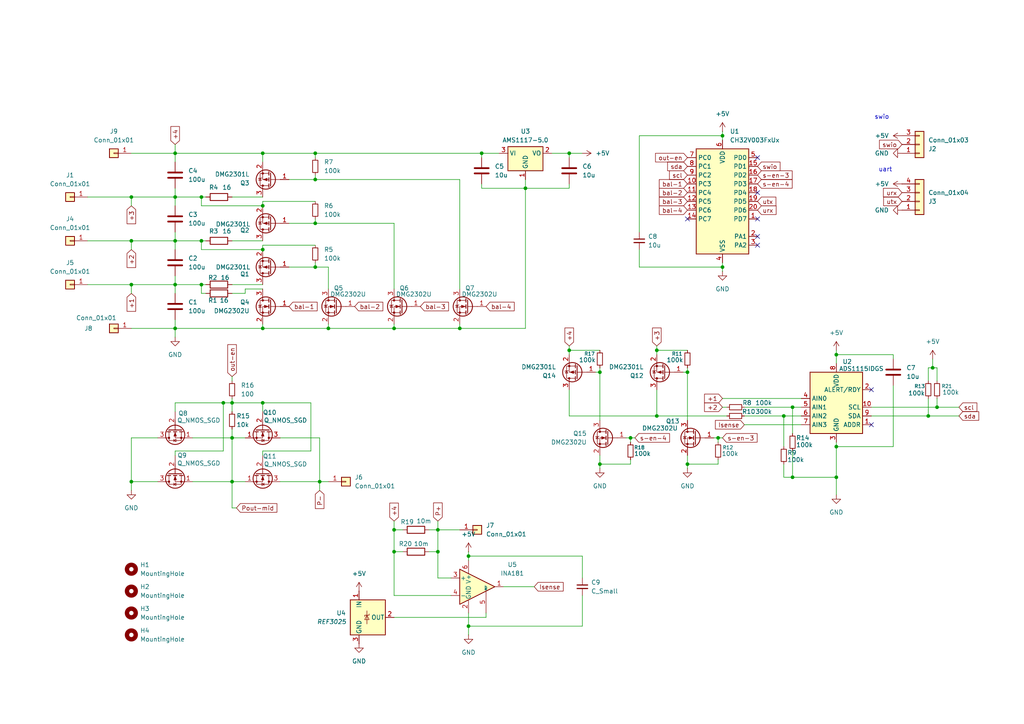
<source format=kicad_sch>
(kicad_sch (version 20250114) (generator "eeschema") (generator_version "9.0")
  (paper "A4")
  (text "uart" (at 256.794 49.276 0) (effects (font (size 1.27 1.27))))
  (text "swio" (at 255.778 34.036 0) (effects (font (size 1.27 1.27))))
  (junction (at 270.51 106.68))
  (junction (at 199.39 107.95))
  (junction (at 229.87 138.43))
  (junction (at 114.3 153.67))
  (junction (at 67.31 116.84))
  (junction (at 50.8 44.45))
  (junction (at 91.44 52.07))
  (junction (at 173.99 134.62))
  (junction (at 199.39 134.62))
  (junction (at 133.35 95.25))
  (junction (at 50.8 57.15))
  (junction (at 127 153.67))
  (junction (at 208.28 127))
  (junction (at 190.5 120.65))
  (junction (at 182.88 127))
  (junction (at 58.42 69.85))
  (junction (at 165.1 101.6))
  (junction (at 91.44 77.47))
  (junction (at 190.5 101.6))
  (junction (at 227.33 120.65))
  (junction (at 76.2 44.45))
  (junction (at 135.89 161.29))
  (junction (at 95.25 95.25))
  (junction (at 38.1 69.85))
  (junction (at 50.8 82.55))
  (junction (at 64.77 116.84))
  (junction (at 91.44 64.77))
  (junction (at 50.8 95.25))
  (junction (at 152.4 54.61))
  (junction (at 76.2 95.25))
  (junction (at 38.1 139.7))
  (junction (at 92.71 139.7))
  (junction (at 114.3 95.25))
  (junction (at 58.42 57.15))
  (junction (at 38.1 82.55))
  (junction (at 76.2 59.69))
  (junction (at 229.87 118.11))
  (junction (at 242.57 129.54))
  (junction (at 271.78 118.11))
  (junction (at 165.1 44.45))
  (junction (at 269.24 120.65))
  (junction (at 139.7 44.45))
  (junction (at 173.99 107.95))
  (junction (at 114.3 160.02))
  (junction (at 76.2 72.39))
  (junction (at 58.42 82.55))
  (junction (at 242.57 102.87))
  (junction (at 91.44 44.45))
  (junction (at 67.31 127))
  (junction (at 242.57 138.43))
  (junction (at 127 160.02))
  (junction (at 50.8 69.85))
  (junction (at 209.55 39.37))
  (junction (at 76.2 116.84))
  (junction (at 135.89 181.61))
  (junction (at 38.1 57.15))
  (junction (at 209.55 77.47))
  (junction (at 67.31 139.7))
  (no_connect (at 252.73 123.19))
  (no_connect (at 219.71 63.5))
  (no_connect (at 219.71 71.12))
  (no_connect (at 219.71 45.72))
  (no_connect (at 199.39 63.5))
  (no_connect (at 219.71 55.88))
  (no_connect (at 219.71 68.58))
  (no_connect (at 252.73 113.03))
  (wire (pts (xy 127 160.02) (xy 127 153.67)))
  (wire (pts (xy 199.39 135.89) (xy 199.39 134.62)))
  (wire (pts (xy 215.9 123.19) (xy 232.41 123.19)))
  (wire (pts (xy 208.28 134.62) (xy 199.39 134.62)))
  (wire (pts (xy 91.44 44.45) (xy 139.7 44.45)))
  (wire (pts (xy 91.44 77.47) (xy 83.82 77.47)))
  (wire (pts (xy 71.12 85.09) (xy 67.31 85.09)))
  (wire (pts (xy 124.46 160.02) (xy 127 160.02)))
  (wire (pts (xy 271.78 115.57) (xy 271.78 118.11)))
  (wire (pts (xy 135.89 181.61) (xy 135.89 177.8)))
  (wire (pts (xy 50.8 44.45) (xy 50.8 46.99)))
  (wire (pts (xy 76.2 93.98) (xy 76.2 95.25)))
  (wire (pts (xy 229.87 130.81) (xy 229.87 138.43)))
  (wire (pts (xy 91.44 50.8) (xy 91.44 52.07)))
  (wire (pts (xy 114.3 153.67) (xy 116.84 153.67)))
  (wire (pts (xy 199.39 106.68) (xy 199.39 107.95)))
  (wire (pts (xy 76.2 58.42) (xy 76.2 59.69)))
  (wire (pts (xy 229.87 118.11) (xy 232.41 118.11)))
  (wire (pts (xy 209.55 77.47) (xy 209.55 78.74)))
  (wire (pts (xy 95.25 95.25) (xy 76.2 95.25)))
  (wire (pts (xy 38.1 57.15) (xy 38.1 59.69)))
  (wire (pts (xy 135.89 161.29) (xy 135.89 162.56)))
  (wire (pts (xy 67.31 119.38) (xy 67.31 116.84)))
  (wire (pts (xy 38.1 69.85) (xy 38.1 72.39)))
  (wire (pts (xy 165.1 101.6) (xy 173.99 101.6)))
  (wire (pts (xy 133.35 95.25) (xy 114.3 95.25)))
  (wire (pts (xy 215.9 118.11) (xy 229.87 118.11)))
  (wire (pts (xy 140.97 179.07) (xy 140.97 177.8)))
  (wire (pts (xy 209.55 115.57) (xy 232.41 115.57)))
  (wire (pts (xy 252.73 118.11) (xy 271.78 118.11)))
  (wire (pts (xy 76.2 46.99) (xy 76.2 44.45)))
  (wire (pts (xy 209.55 38.1) (xy 209.55 39.37)))
  (wire (pts (xy 50.8 130.81) (xy 64.77 130.81)))
  (wire (pts (xy 50.8 57.15) (xy 58.42 57.15)))
  (wire (pts (xy 67.31 82.55) (xy 76.2 82.55)))
  (wire (pts (xy 271.78 118.11) (xy 278.13 118.11)))
  (wire (pts (xy 58.42 57.15) (xy 59.69 57.15)))
  (wire (pts (xy 58.42 85.09) (xy 58.42 82.55)))
  (wire (pts (xy 185.42 77.47) (xy 185.42 72.39)))
  (wire (pts (xy 152.4 52.07) (xy 152.4 54.61)))
  (wire (pts (xy 259.08 129.54) (xy 242.57 129.54)))
  (wire (pts (xy 50.8 41.91) (xy 50.8 44.45)))
  (wire (pts (xy 173.99 107.95) (xy 172.72 107.95)))
  (wire (pts (xy 67.31 116.84) (xy 64.77 116.84)))
  (wire (pts (xy 67.31 139.7) (xy 71.12 139.7)))
  (wire (pts (xy 38.1 44.45) (xy 50.8 44.45)))
  (wire (pts (xy 45.72 127) (xy 38.1 127)))
  (wire (pts (xy 242.57 143.51) (xy 242.57 138.43)))
  (wire (pts (xy 185.42 39.37) (xy 209.55 39.37)))
  (wire (pts (xy 114.3 83.82) (xy 114.3 64.77)))
  (wire (pts (xy 173.99 106.68) (xy 173.99 107.95)))
  (wire (pts (xy 209.55 77.47) (xy 209.55 76.2)))
  (wire (pts (xy 139.7 54.61) (xy 152.4 54.61)))
  (wire (pts (xy 182.88 128.27) (xy 182.88 127)))
  (wire (pts (xy 133.35 52.07) (xy 91.44 52.07)))
  (wire (pts (xy 278.13 120.65) (xy 269.24 120.65)))
  (wire (pts (xy 152.4 95.25) (xy 133.35 95.25)))
  (wire (pts (xy 90.17 130.81) (xy 90.17 116.84)))
  (wire (pts (xy 209.55 77.47) (xy 185.42 77.47)))
  (wire (pts (xy 127 167.64) (xy 127 160.02)))
  (wire (pts (xy 269.24 120.65) (xy 252.73 120.65)))
  (wire (pts (xy 242.57 129.54) (xy 242.57 128.27)))
  (wire (pts (xy 215.9 120.65) (xy 227.33 120.65)))
  (wire (pts (xy 165.1 53.34) (xy 165.1 54.61)))
  (wire (pts (xy 168.91 167.64) (xy 168.91 161.29)))
  (wire (pts (xy 229.87 138.43) (xy 242.57 138.43)))
  (wire (pts (xy 190.5 101.6) (xy 190.5 102.87)))
  (wire (pts (xy 139.7 53.34) (xy 139.7 54.61)))
  (wire (pts (xy 67.31 116.84) (xy 76.2 116.84)))
  (wire (pts (xy 190.5 113.03) (xy 190.5 120.65)))
  (wire (pts (xy 270.51 104.14) (xy 270.51 106.68)))
  (wire (pts (xy 76.2 72.39) (xy 58.42 72.39)))
  (wire (pts (xy 91.44 76.2) (xy 91.44 77.47)))
  (wire (pts (xy 114.3 95.25) (xy 95.25 95.25)))
  (wire (pts (xy 76.2 71.12) (xy 76.2 72.39)))
  (wire (pts (xy 152.4 54.61) (xy 152.4 95.25)))
  (wire (pts (xy 50.8 54.61) (xy 50.8 57.15)))
  (wire (pts (xy 227.33 120.65) (xy 227.33 129.54)))
  (wire (pts (xy 208.28 127) (xy 207.01 127)))
  (wire (pts (xy 50.8 116.84) (xy 50.8 119.38)))
  (wire (pts (xy 190.5 100.33) (xy 190.5 101.6)))
  (wire (pts (xy 76.2 116.84) (xy 76.2 119.38)))
  (wire (pts (xy 130.81 172.72) (xy 114.3 172.72)))
  (wire (pts (xy 168.91 172.72) (xy 168.91 181.61)))
  (wire (pts (xy 165.1 54.61) (xy 152.4 54.61)))
  (wire (pts (xy 58.42 69.85) (xy 59.69 69.85)))
  (wire (pts (xy 130.81 167.64) (xy 127 167.64)))
  (wire (pts (xy 271.78 110.49) (xy 271.78 106.68)))
  (wire (pts (xy 182.88 127) (xy 181.61 127)))
  (wire (pts (xy 64.77 130.81) (xy 64.77 116.84)))
  (wire (pts (xy 199.39 134.62) (xy 199.39 132.08)))
  (wire (pts (xy 67.31 124.46) (xy 67.31 127)))
  (wire (pts (xy 38.1 95.25) (xy 50.8 95.25)))
  (wire (pts (xy 25.4 69.85) (xy 38.1 69.85)))
  (wire (pts (xy 58.42 59.69) (xy 58.42 57.15)))
  (wire (pts (xy 135.89 184.15) (xy 135.89 181.61)))
  (wire (pts (xy 55.88 139.7) (xy 67.31 139.7)))
  (wire (pts (xy 139.7 44.45) (xy 139.7 45.72)))
  (wire (pts (xy 270.51 106.68) (xy 269.24 106.68)))
  (wire (pts (xy 38.1 142.24) (xy 38.1 139.7)))
  (wire (pts (xy 199.39 107.95) (xy 198.12 107.95)))
  (wire (pts (xy 67.31 127) (xy 71.12 127)))
  (wire (pts (xy 259.08 102.87) (xy 242.57 102.87)))
  (wire (pts (xy 114.3 64.77) (xy 91.44 64.77)))
  (wire (pts (xy 50.8 44.45) (xy 76.2 44.45)))
  (wire (pts (xy 165.1 100.33) (xy 165.1 101.6)))
  (wire (pts (xy 55.88 127) (xy 67.31 127)))
  (wire (pts (xy 114.3 172.72) (xy 114.3 160.02)))
  (wire (pts (xy 38.1 82.55) (xy 50.8 82.55)))
  (wire (pts (xy 67.31 57.15) (xy 76.2 57.15)))
  (wire (pts (xy 50.8 67.31) (xy 50.8 69.85)))
  (wire (pts (xy 50.8 130.81) (xy 50.8 132.08)))
  (wire (pts (xy 95.25 77.47) (xy 91.44 77.47)))
  (wire (pts (xy 127 153.67) (xy 133.35 153.67)))
  (wire (pts (xy 50.8 82.55) (xy 50.8 85.09)))
  (wire (pts (xy 114.3 93.98) (xy 114.3 95.25)))
  (wire (pts (xy 199.39 121.92) (xy 199.39 107.95)))
  (wire (pts (xy 95.25 83.82) (xy 95.25 77.47)))
  (wire (pts (xy 116.84 160.02) (xy 114.3 160.02)))
  (wire (pts (xy 182.88 133.35) (xy 182.88 134.62)))
  (wire (pts (xy 38.1 139.7) (xy 45.72 139.7)))
  (wire (pts (xy 173.99 134.62) (xy 173.99 135.89)))
  (wire (pts (xy 50.8 95.25) (xy 76.2 95.25)))
  (wire (pts (xy 91.44 71.12) (xy 76.2 71.12)))
  (wire (pts (xy 135.89 160.02) (xy 135.89 161.29)))
  (wire (pts (xy 92.71 139.7) (xy 95.25 139.7)))
  (wire (pts (xy 190.5 101.6) (xy 199.39 101.6)))
  (wire (pts (xy 91.44 52.07) (xy 83.82 52.07)))
  (wire (pts (xy 25.4 57.15) (xy 38.1 57.15)))
  (wire (pts (xy 67.31 109.22) (xy 67.31 110.49)))
  (wire (pts (xy 50.8 57.15) (xy 50.8 59.69)))
  (wire (pts (xy 165.1 120.65) (xy 190.5 120.65)))
  (wire (pts (xy 38.1 57.15) (xy 50.8 57.15)))
  (wire (pts (xy 242.57 101.6) (xy 242.57 102.87)))
  (wire (pts (xy 133.35 83.82) (xy 133.35 52.07)))
  (wire (pts (xy 209.55 118.11) (xy 210.82 118.11)))
  (wire (pts (xy 76.2 130.81) (xy 90.17 130.81)))
  (wire (pts (xy 59.69 85.09) (xy 58.42 85.09)))
  (wire (pts (xy 95.25 93.98) (xy 95.25 95.25)))
  (wire (pts (xy 269.24 115.57) (xy 269.24 120.65)))
  (wire (pts (xy 208.28 127) (xy 208.28 128.27)))
  (wire (pts (xy 165.1 44.45) (xy 160.02 44.45)))
  (wire (pts (xy 227.33 120.65) (xy 232.41 120.65)))
  (wire (pts (xy 229.87 118.11) (xy 229.87 125.73)))
  (wire (pts (xy 114.3 151.13) (xy 114.3 153.67)))
  (wire (pts (xy 50.8 95.25) (xy 50.8 97.79)))
  (wire (pts (xy 165.1 45.72) (xy 165.1 44.45)))
  (wire (pts (xy 209.55 127) (xy 208.28 127)))
  (wire (pts (xy 173.99 132.08) (xy 173.99 134.62)))
  (wire (pts (xy 67.31 147.32) (xy 67.31 139.7)))
  (wire (pts (xy 146.05 170.18) (xy 154.94 170.18)))
  (wire (pts (xy 259.08 111.76) (xy 259.08 129.54)))
  (wire (pts (xy 58.42 72.39) (xy 58.42 69.85)))
  (wire (pts (xy 133.35 93.98) (xy 133.35 95.25)))
  (wire (pts (xy 227.33 138.43) (xy 229.87 138.43)))
  (wire (pts (xy 242.57 138.43) (xy 242.57 129.54)))
  (wire (pts (xy 50.8 69.85) (xy 50.8 72.39)))
  (wire (pts (xy 92.71 127) (xy 92.71 139.7)))
  (wire (pts (xy 67.31 127) (xy 67.31 139.7)))
  (wire (pts (xy 168.91 161.29) (xy 135.89 161.29)))
  (wire (pts (xy 140.97 179.07) (xy 114.3 179.07)))
  (wire (pts (xy 114.3 160.02) (xy 114.3 153.67)))
  (wire (pts (xy 208.28 133.35) (xy 208.28 134.62)))
  (wire (pts (xy 168.91 181.61) (xy 135.89 181.61)))
  (wire (pts (xy 124.46 153.67) (xy 127 153.67)))
  (wire (pts (xy 50.8 69.85) (xy 58.42 69.85)))
  (wire (pts (xy 242.57 102.87) (xy 242.57 105.41)))
  (wire (pts (xy 81.28 127) (xy 92.71 127)))
  (wire (pts (xy 185.42 67.31) (xy 185.42 39.37)))
  (wire (pts (xy 38.1 127) (xy 38.1 139.7)))
  (wire (pts (xy 71.12 83.82) (xy 71.12 85.09)))
  (wire (pts (xy 91.44 45.72) (xy 91.44 44.45)))
  (wire (pts (xy 165.1 44.45) (xy 168.91 44.45)))
  (wire (pts (xy 50.8 92.71) (xy 50.8 95.25)))
  (wire (pts (xy 90.17 116.84) (xy 76.2 116.84)))
  (wire (pts (xy 67.31 115.57) (xy 67.31 116.84)))
  (wire (pts (xy 76.2 130.81) (xy 76.2 132.08)))
  (wire (pts (xy 91.44 63.5) (xy 91.44 64.77)))
  (wire (pts (xy 38.1 82.55) (xy 38.1 85.09)))
  (wire (pts (xy 76.2 59.69) (xy 58.42 59.69)))
  (wire (pts (xy 58.42 82.55) (xy 59.69 82.55)))
  (wire (pts (xy 76.2 83.82) (xy 71.12 83.82)))
  (wire (pts (xy 38.1 69.85) (xy 50.8 69.85)))
  (wire (pts (xy 271.78 106.68) (xy 270.51 106.68)))
  (wire (pts (xy 67.31 69.85) (xy 76.2 69.85)))
  (wire (pts (xy 259.08 102.87) (xy 259.08 104.14)))
  (wire (pts (xy 190.5 120.65) (xy 210.82 120.65)))
  (wire (pts (xy 165.1 101.6) (xy 165.1 102.87)))
  (wire (pts (xy 92.71 139.7) (xy 81.28 139.7)))
  (wire (pts (xy 50.8 80.01) (xy 50.8 82.55)))
  (wire (pts (xy 92.71 142.24) (xy 92.71 139.7)))
  (wire (pts (xy 68.58 147.32) (xy 67.31 147.32)))
  (wire (pts (xy 25.4 82.55) (xy 38.1 82.55)))
  (wire (pts (xy 165.1 113.03) (xy 165.1 120.65)))
  (wire (pts (xy 127 151.13) (xy 127 153.67)))
  (wire (pts (xy 269.24 106.68) (xy 269.24 110.49)))
  (wire (pts (xy 182.88 127) (xy 184.15 127)))
  (wire (pts (xy 173.99 134.62) (xy 182.88 134.62)))
  (wire (pts (xy 50.8 82.55) (xy 58.42 82.55)))
  (wire (pts (xy 227.33 134.62) (xy 227.33 138.43)))
  (wire (pts (xy 76.2 44.45) (xy 91.44 44.45)))
  (wire (pts (xy 209.55 39.37) (xy 209.55 40.64)))
  (wire (pts (xy 139.7 44.45) (xy 144.78 44.45)))
  (wire (pts (xy 64.77 116.84) (xy 50.8 116.84)))
  (wire (pts (xy 173.99 121.92) (xy 173.99 107.95)))
  (wire (pts (xy 91.44 58.42) (xy 76.2 58.42)))
  (wire (pts (xy 91.44 64.77) (xy 83.82 64.77)))
  (global_label "+1" (shape input) (at 209.55 115.57 180) (property "Intersheetrefs" "${INTERSHEET_REFS}" (effects (hide yes))))
  (global_label "+4" (shape input) (at 50.8 41.91 90) (property "Intersheetrefs" "${INTERSHEET_REFS}" (effects (hide yes))))
  (global_label "P-" (shape input) (at 92.71 142.24 270) (property "Intersheetrefs" "${INTERSHEET_REFS}" (effects (hide yes))))
  (global_label "bal-4" (shape input) (at 140.97 88.9 0) (property "Intersheetrefs" "${INTERSHEET_REFS}" (effects (hide yes))))
  (global_label "out-en" (shape input) (at 199.39 45.72 180) (property "Intersheetrefs" "${INTERSHEET_REFS}" (effects (hide yes))))
  (global_label "bal-2" (shape input) (at 199.39 55.88 180) (property "Intersheetrefs" "${INTERSHEET_REFS}" (effects (hide yes))))
  (global_label "s-en-4" (shape input) (at 184.15 127 0) (property "Intersheetrefs" "${INTERSHEET_REFS}" (effects (hide yes))))
  (global_label "swio" (shape input) (at 261.62 41.91 180) (property "Intersheetrefs" "${INTERSHEET_REFS}" (effects (hide yes))))
  (global_label "bal-2" (shape input) (at 102.87 88.9 0) (property "Intersheetrefs" "${INTERSHEET_REFS}" (effects (hide yes))))
  (global_label "sda" (shape input) (at 199.39 48.26 180) (property "Intersheetrefs" "${INTERSHEET_REFS}" (effects (hide yes))))
  (global_label "+3" (shape input) (at 190.5 100.33 90) (property "Intersheetrefs" "${INTERSHEET_REFS}" (effects (hide yes))))
  (global_label "Pout-mid" (shape input) (at 68.58 147.32 0) (property "Intersheetrefs" "${INTERSHEET_REFS}" (effects (hide yes))))
  (global_label "+3" (shape input) (at 38.1 59.69 270) (property "Intersheetrefs" "${INTERSHEET_REFS}" (effects (hide yes))))
  (global_label "+2" (shape input) (at 38.1 72.39 270) (property "Intersheetrefs" "${INTERSHEET_REFS}" (effects (hide yes))))
  (global_label "bal-3" (shape input) (at 121.92 88.9 0) (property "Intersheetrefs" "${INTERSHEET_REFS}" (effects (hide yes))))
  (global_label "bal-1" (shape input) (at 199.39 53.34 180) (property "Intersheetrefs" "${INTERSHEET_REFS}" (effects (hide yes))))
  (global_label "+1" (shape input) (at 38.1 85.09 270) (property "Intersheetrefs" "${INTERSHEET_REFS}" (effects (hide yes))))
  (global_label "s-en-4" (shape input) (at 219.71 53.34 0) (property "Intersheetrefs" "${INTERSHEET_REFS}" (effects (hide yes))))
  (global_label "bal-1" (shape input) (at 83.82 88.9 0) (property "Intersheetrefs" "${INTERSHEET_REFS}" (effects (hide yes))))
  (global_label "swio" (shape input) (at 219.71 48.26 0) (property "Intersheetrefs" "${INTERSHEET_REFS}" (effects (hide yes))))
  (global_label "out-en" (shape input) (at 67.31 109.22 90) (property "Intersheetrefs" "${INTERSHEET_REFS}" (effects (hide yes))))
  (global_label "urx" (shape input) (at 261.62 55.88 180) (property "Intersheetrefs" "${INTERSHEET_REFS}" (effects (hide yes))))
  (global_label "s-en-3" (shape input) (at 209.55 127 0) (property "Intersheetrefs" "${INTERSHEET_REFS}" (effects (hide yes))))
  (global_label "Isense" (shape input) (at 215.9 123.19 180) (property "Intersheetrefs" "${INTERSHEET_REFS}" (effects (hide yes))))
  (global_label "+4" (shape input) (at 165.1 100.33 90) (property "Intersheetrefs" "${INTERSHEET_REFS}" (effects (hide yes))))
  (global_label "utx" (shape input) (at 219.71 58.42 0) (property "Intersheetrefs" "${INTERSHEET_REFS}" (effects (hide yes))))
  (global_label "P+" (shape input) (at 127 151.13 90) (property "Intersheetrefs" "${INTERSHEET_REFS}" (effects (hide yes))))
  (global_label "+2" (shape input) (at 209.55 118.11 180) (property "Intersheetrefs" "${INTERSHEET_REFS}" (effects (hide yes))))
  (global_label "bal-4" (shape input) (at 199.39 60.96 180) (property "Intersheetrefs" "${INTERSHEET_REFS}" (effects (hide yes))))
  (global_label "utx" (shape input) (at 261.62 58.42 180) (property "Intersheetrefs" "${INTERSHEET_REFS}" (effects (hide yes))))
  (global_label "bal-3" (shape input) (at 199.39 58.42 180) (property "Intersheetrefs" "${INTERSHEET_REFS}" (effects (hide yes))))
  (global_label "urx" (shape input) (at 219.71 60.96 0) (property "Intersheetrefs" "${INTERSHEET_REFS}" (effects (hide yes))))
  (global_label "sda" (shape input) (at 278.13 120.65 0) (property "Intersheetrefs" "${INTERSHEET_REFS}" (effects (hide yes))))
  (global_label "+4" (shape input) (at 114.3 151.13 90) (property "Intersheetrefs" "${INTERSHEET_REFS}" (effects (hide yes))))
  (global_label "scl" (shape input) (at 278.13 118.11 0) (property "Intersheetrefs" "${INTERSHEET_REFS}" (effects (hide yes))))
  (global_label "s-en-3" (shape input) (at 219.71 50.8 0) (property "Intersheetrefs" "${INTERSHEET_REFS}" (effects (hide yes))))
  (global_label "scl" (shape input) (at 199.39 50.8 180) (property "Intersheetrefs" "${INTERSHEET_REFS}" (effects (hide yes))))
  (global_label "Isense" (shape input) (at 154.94 170.18 0) (property "Intersheetrefs" "${INTERSHEET_REFS}" (effects (hide yes))))
  (symbol (lib_name "R_Small_3") (lib_id "Device:R_Small") (at 271.78 113.03 0) (unit 1)
    (property "Reference" "R21" (at 273.05 112.014 0) (effects (font (size 1.016 1.016)) (justify left)))
    (property "Value" "100k" (at 273.304 113.792 0) (effects (justify left)))
    (property "Footprint" "Resistor_SMD:R_0603_1608Metric" (effects (hide yes)))
    (property "Description" "Resistor, small symbol" (effects (hide yes)))
  )
  (symbol (lib_id "power:+5V") (at 209.55 38.1 0) (unit 1)
    (property "Reference" "#PWR011" (effects (hide yes)))
    (property "Value" "+5V" (at 209.55 33.02 0))
    (property "Description" "Power symbol creates a global label with name \"+5V\"" (effects (hide yes)))
  )
  (symbol (lib_name "R_Small_1") (lib_id "Device:R_Small") (at 173.99 104.14 0) (unit 1)
    (property "Reference" "R17" (at 169.418 102.616 0) (effects (font (size 1.016 1.016)) (justify left)))
    (property "Value" "100k" (at 167.894 104.394 0) (effects (justify left)))
    (property "Footprint" "Resistor_SMD:R_0603_1608Metric" (effects (hide yes)))
    (property "Description" "Resistor, small symbol" (effects (hide yes)))
  )
  (symbol (lib_id "power:GND") (at 242.57 143.51 0) (unit 1)
    (property "Reference" "#PWR02" (effects (hide yes)))
    (property "Value" "GND" (at 242.57 148.59 0))
    (property "Description" "Power symbol creates a global label with name \"GND\" , ground" (effects (hide yes)))
  )
  (symbol (lib_id "Mechanical:MountingHole") (at 38.1 184.15 0) (unit 1) (in_bom no)
    (property "Reference" "H4" (at 40.64 182.8799 0) (effects (justify left)))
    (property "Value" "MountingHole" (at 40.64 185.4199 0) (effects (justify left)))
    (property "Footprint" "MountingHole:MountingHole_3.2mm_M3" (effects (hide yes)))
    (property "Description" "Mounting Hole without connection" (effects (hide yes)))
  )
  (symbol (lib_id "Transistor_FET:Q_NMOS_SGD") (at 76.2 137.16 270) (unit 1)
    (property "Reference" "Q11" (at 78.232 132.334 90))
    (property "Value" "Q_NMOS_SGD" (at 82.804 134.62 90))
    (property "Footprint" "my-footprints:PQFN-8-EP_6x5mm_P1.27mm_Generic" (effects (hide yes)))
    (property "Description" "N-MOSFET transistor, source/gate/drain" (effects (hide yes)))
  )
  (symbol (lib_id "Connector_Generic:Conn_01x01") (at 33.02 95.25 180) (unit 1)
    (property "Reference" "J8" (at 25.654 95.25 0))
    (property "Value" "Conn_01x01" (at 27.94 92.202 0))
    (property "Footprint" "my-footprints:pad-6x6mm" (effects (hide yes)))
    (property "Description" "Generic connector, single row, 01x01, script generated (kicad-library-utils/schlib/autogen/connector/)" (effects (hide yes)))
  )
  (symbol (lib_id "Device:R_Small") (at 91.44 48.26 0) (unit 1)
    (property "Reference" "R7" (at 93.98 46.9899 0) (effects (justify left)))
    (property "Value" "100k" (at 93.98 49.5299 0) (effects (justify left)))
    (property "Footprint" "Resistor_SMD:R_0603_1608Metric" (effects (hide yes)))
    (property "Description" "Resistor, small symbol" (effects (hide yes)))
  )
  (symbol (lib_id "power:+5V") (at 242.57 101.6 0) (unit 1)
    (property "Reference" "#PWR04" (effects (hide yes)))
    (property "Value" "+5V" (at 242.57 96.52 0))
    (property "Description" "Power symbol creates a global label with name \"+5V\"" (effects (hide yes)))
  )
  (symbol (lib_name "R_Small_3") (lib_id "Device:R_Small") (at 269.24 113.03 0) (unit 1)
    (property "Reference" "R13" (at 265.176 112.014 0) (effects (font (size 1.016 1.016)) (justify left)))
    (property "Value" "100k" (at 263.398 114.046 0) (effects (justify left)))
    (property "Footprint" "Resistor_SMD:R_0603_1608Metric" (effects (hide yes)))
    (property "Description" "Resistor, small symbol" (effects (hide yes)))
  )
  (symbol (lib_id "Connector_Generic:Conn_01x01") (at 138.43 153.67 0) (unit 1)
    (property "Reference" "J7" (at 140.97 152.3999 0) (effects (justify left)))
    (property "Value" "Conn_01x01" (at 140.97 154.9399 0) (effects (justify left)))
    (property "Footprint" "my-footprints:pad-6x6mm" (effects (hide yes)))
    (property "Description" "Generic connector, single row, 01x01, script generated (kicad-library-utils/schlib/autogen/connector/)" (effects (hide yes)))
  )
  (symbol (lib_id "Transistor_FET:Q_NMOS_SGD") (at 50.8 137.16 90) (mirror x) (unit 1)
    (property "Reference" "Q9" (at 52.832 132.08 90))
    (property "Value" "Q_NMOS_SGD" (at 57.658 134.366 90))
    (property "Footprint" "my-footprints:PQFN-8-EP_6x5mm_P1.27mm_Generic" (effects (hide yes)))
    (property "Description" "N-MOSFET transistor, source/gate/drain" (effects (hide yes)))
  )
  (symbol (lib_id "power:GND") (at 104.14 186.69 0) (unit 1)
    (property "Reference" "#PWR014" (effects (hide yes)))
    (property "Value" "GND" (at 104.14 191.77 0))
    (property "Description" "Power symbol creates a global label with name \"GND\" , ground" (effects (hide yes)))
  )
  (symbol (lib_id "Transistor_FET:DMG2302U") (at 97.79 88.9 0) (mirror y) (unit 1)
    (property "Reference" "Q5" (at 99.568 83.566 0) (effects (justify left)))
    (property "Value" "DMG2302U" (at 106.172 85.344 0) (effects (justify left)))
    (property "Footprint" "Package_TO_SOT_SMD:SOT-23" (effects (hide yes)))
    (property "Datasheet" "http://www.diodes.com/assets/Datasheets/DMG2302U.pdf" (effects (hide yes)))
    (property "Description" "4.2A Id, 20V Vds, N-Channel MOSFET, SOT-23" (effects (hide yes)))
  )
  (symbol (lib_id "Device:R_Small") (at 91.44 73.66 0) (unit 1)
    (property "Reference" "R5" (at 93.98 72.3899 0) (effects (justify left)))
    (property "Value" "100k" (at 93.98 74.9299 0) (effects (justify left)))
    (property "Footprint" "Resistor_SMD:R_0603_1608Metric" (effects (hide yes)))
    (property "Description" "Resistor, small symbol" (effects (hide yes)))
  )
  (symbol (lib_id "Mechanical:MountingHole") (at 38.1 177.8 0) (unit 1) (in_bom no)
    (property "Reference" "H3" (at 40.64 176.5299 0) (effects (justify left)))
    (property "Value" "MountingHole" (at 40.64 179.0699 0) (effects (justify left)))
    (property "Footprint" "MountingHole:MountingHole_3.2mm_M3" (effects (hide yes)))
    (property "Description" "Mounting Hole without connection" (effects (hide yes)))
  )
  (symbol (lib_id "Transistor_FET:Q_NMOS_SGD") (at 50.8 124.46 90) (mirror x) (unit 1)
    (property "Reference" "Q8" (at 53.086 119.888 90))
    (property "Value" "Q_NMOS_SGD" (at 57.658 121.92 90))
    (property "Footprint" "my-footprints:PQFN-8-EP_6x5mm_P1.27mm_Generic" (effects (hide yes)))
    (property "Description" "N-MOSFET transistor, source/gate/drain" (effects (hide yes)))
  )
  (symbol (lib_id "Device:R_Small") (at 213.36 120.65 90) (unit 1)
    (property "Reference" "R10" (at 217.17 119.38 90))
    (property "Value" "300k" (at 221.488 119.38 90))
    (property "Footprint" "Resistor_SMD:R_0603_1608Metric" (effects (hide yes)))
    (property "Description" "Resistor, small symbol" (effects (hide yes)))
  )
  (symbol (lib_id "Device:C") (at 50.8 76.2 0) (unit 1)
    (property "Reference" "C2" (at 54.61 74.9299 0) (effects (justify left)))
    (property "Value" "100u" (at 54.61 77.4699 0) (effects (justify left)))
    (property "Footprint" "Capacitor_SMD:C_1206_3216Metric" (effects (hide yes)))
    (property "Description" "Unpolarized capacitor" (effects (hide yes)))
  )
  (symbol (lib_id "Transistor_FET:DMG2301L") (at 193.04 107.95 180) (unit 1)
    (property "Reference" "Q12" (at 186.69 108.966 0) (effects (justify left)))
    (property "Value" "DMG2301L" (at 186.69 106.426 0) (effects (justify left)))
    (property "Footprint" "Package_TO_SOT_SMD:SOT-23" (effects (hide yes)))
    (property "Datasheet" "https://www.diodes.com/assets/Datasheets/DMG2301L.pdf" (effects (hide yes)))
    (property "Description" "-3A Id, -20V Vds, P-Channel MOSFET, SOT-23" (effects (hide yes)))
  )
  (symbol (lib_id "Transistor_FET:DMG2302U") (at 135.89 88.9 0) (mirror y) (unit 1)
    (property "Reference" "Q7" (at 137.668 83.566 0) (effects (justify left)))
    (property "Value" "DMG2302U" (at 144.272 85.344 0) (effects (justify left)))
    (property "Footprint" "Package_TO_SOT_SMD:SOT-23" (effects (hide yes)))
    (property "Datasheet" "http://www.diodes.com/assets/Datasheets/DMG2302U.pdf" (effects (hide yes)))
    (property "Description" "4.2A Id, 20V Vds, N-Channel MOSFET, SOT-23" (effects (hide yes)))
  )
  (symbol (lib_id "power:+5V") (at 270.51 104.14 0) (unit 1)
    (property "Reference" "#PWR018" (effects (hide yes)))
    (property "Value" "+5V" (at 270.51 99.06 0))
    (property "Description" "Power symbol creates a global label with name \"+5V\"" (effects (hide yes)))
  )
  (symbol (lib_id "power:GND") (at 261.62 60.96 270) (unit 1)
    (property "Reference" "#PWR08" (effects (hide yes)))
    (property "Value" "GND" (at 257.81 60.9599 90) (effects (justify right)))
    (property "Description" "Power symbol creates a global label with name \"GND\" , ground" (effects (hide yes)))
  )
  (symbol (lib_id "power:GND") (at 199.39 135.89 0) (unit 1)
    (property "Reference" "#PWR012" (effects (hide yes)))
    (property "Value" "GND" (at 199.39 140.97 0))
    (property "Description" "Power symbol creates a global label with name \"GND\" , ground" (effects (hide yes)))
  )
  (symbol (lib_id "power:GND") (at 50.8 97.79 0) (unit 1)
    (property "Reference" "#PWR01" (effects (hide yes)))
    (property "Value" "GND" (at 50.8 102.87 0))
    (property "Description" "Power symbol creates a global label with name \"GND\" , ground" (effects (hide yes)))
  )
  (symbol (lib_id "Device:R") (at 120.65 153.67 90) (unit 1)
    (property "Reference" "R19" (at 118.11 151.384 90))
    (property "Value" "10m" (at 122.936 151.13 90))
    (property "Footprint" "Resistor_SMD:R_2512_6332Metric" (effects (hide yes)))
    (property "Description" "Resistor" (effects (hide yes)))
  )
  (symbol (lib_id "Transistor_FET:DMG2302U") (at 78.74 88.9 0) (mirror y) (unit 1)
    (property "Reference" "Q4" (at 72.39 87.6299 0) (effects (justify left)))
    (property "Value" "DMG2302U" (at 72.39 90.1699 0) (effects (justify left)))
    (property "Footprint" "Package_TO_SOT_SMD:SOT-23" (effects (hide yes)))
    (property "Datasheet" "http://www.diodes.com/assets/Datasheets/DMG2302U.pdf" (effects (hide yes)))
    (property "Description" "4.2A Id, 20V Vds, N-Channel MOSFET, SOT-23" (effects (hide yes)))
  )
  (symbol (lib_id "Connector_Generic:Conn_01x01") (at 20.32 69.85 180) (unit 1)
    (property "Reference" "J4" (at 20.32 63.5 0))
    (property "Value" "Conn_01x01" (at 20.32 66.04 0))
    (property "Footprint" "my-footprints:pad-4x3mm" (effects (hide yes)))
    (property "Description" "Generic connector, single row, 01x01, script generated (kicad-library-utils/schlib/autogen/connector/)" (effects (hide yes)))
  )
  (symbol (lib_id "Device:R_Small") (at 229.87 128.27 180) (unit 1)
    (property "Reference" "R14" (at 230.886 127 0) (effects (justify right)))
    (property "Value" "100k" (at 230.886 129.032 0) (effects (justify right)))
    (property "Footprint" "Resistor_SMD:R_0603_1608Metric" (effects (hide yes)))
    (property "Description" "Resistor, small symbol" (effects (hide yes)))
  )
  (symbol (lib_id "Connector_Generic:Conn_01x03") (at 266.7 41.91 0) (mirror x) (unit 1)
    (property "Reference" "J2" (at 269.24 43.1801 0) (effects (justify left)))
    (property "Value" "Conn_01x03" (at 269.24 40.6401 0) (effects (justify left)))
    (property "Footprint" "Connector_PinHeader_2.54mm:PinHeader_1x03_P2.54mm_Vertical" (effects (hide yes)))
    (property "Description" "Generic connector, single row, 01x03, script generated (kicad-library-utils/schlib/autogen/connector/)" (effects (hide yes)))
  )
  (symbol (lib_id "Device:R") (at 63.5 57.15 90) (unit 1)
    (property "Reference" "R4" (at 61.976 54.356 90))
    (property "Value" "16" (at 65.786 54.356 90))
    (property "Footprint" "Resistor_SMD:R_2512_6332Metric" (effects (hide yes)))
    (property "Description" "Resistor" (effects (hide yes)))
  )
  (symbol (lib_id "Amplifier_Current:INA181") (at 138.43 170.18 0) (unit 1)
    (property "Reference" "U5" (at 148.59 163.7598 0))
    (property "Value" "INA181" (at 148.59 166.2998 0))
    (property "Footprint" "Package_TO_SOT_SMD:SOT-23-6" (effects (hide yes)))
    (property "Datasheet" "http://www.ti.com/lit/ds/symlink/ina181.pdf" (effects (hide yes)))
    (property "Description" "Bidirectional, Low- and High-Side Voltage Output, Current-Sense Amplifier, SOT-23-6" (effects (hide yes)))
  )
  (symbol (lib_id "power:GND") (at 261.62 44.45 270) (unit 1)
    (property "Reference" "#PWR06" (effects (hide yes)))
    (property "Value" "GND" (at 257.81 44.4499 90) (effects (justify right)))
    (property "Description" "Power symbol creates a global label with name \"GND\" , ground" (effects (hide yes)))
  )
  (symbol (lib_name "R_Small_1") (lib_id "Device:R_Small") (at 199.39 104.14 0) (unit 1)
    (property "Reference" "R11" (at 194.818 102.616 0) (effects (font (size 1.016 1.016)) (justify left)))
    (property "Value" "100k" (at 193.294 104.394 0) (effects (justify left)))
    (property "Footprint" "Resistor_SMD:R_0603_1608Metric" (effects (hide yes)))
    (property "Description" "Resistor, small symbol" (effects (hide yes)))
  )
  (symbol (lib_id "Connector_Generic:Conn_01x01") (at 20.32 82.55 180) (unit 1)
    (property "Reference" "J5" (at 20.32 76.2 0))
    (property "Value" "Conn_01x01" (at 20.32 78.74 0))
    (property "Footprint" "my-footprints:pad-4x3mm" (effects (hide yes)))
    (property "Description" "Generic connector, single row, 01x01, script generated (kicad-library-utils/schlib/autogen/connector/)" (effects (hide yes)))
  )
  (symbol (lib_id "Device:R") (at 63.5 69.85 90) (unit 1)
    (property "Reference" "R3" (at 61.976 67.056 90))
    (property "Value" "16" (at 65.786 67.056 90))
    (property "Footprint" "Resistor_SMD:R_2512_6332Metric" (effects (hide yes)))
    (property "Description" "Resistor" (effects (hide yes)))
  )
  (symbol (lib_id "power:+5V") (at 261.62 39.37 90) (unit 1)
    (property "Reference" "#PWR07" (effects (hide yes)))
    (property "Value" "+5V" (at 257.81 39.3699 90) (effects (justify left)))
    (property "Description" "Power symbol creates a global label with name \"+5V\"" (effects (hide yes)))
  )
  (symbol (lib_id "power:GND") (at 209.55 78.74 0) (unit 1)
    (property "Reference" "#PWR010" (effects (hide yes)))
    (property "Value" "GND" (at 209.55 83.82 0))
    (property "Description" "Power symbol creates a global label with name \"GND\" , ground" (effects (hide yes)))
  )
  (symbol (lib_id "Mechanical:MountingHole") (at 38.1 165.1 0) (unit 1) (in_bom no)
    (property "Reference" "H1" (at 40.64 163.8299 0) (effects (justify left)))
    (property "Value" "MountingHole" (at 40.64 166.3699 0) (effects (justify left)))
    (property "Footprint" "MountingHole:MountingHole_3.2mm_M3" (effects (hide yes)))
    (property "Description" "Mounting Hole without connection" (effects (hide yes)))
  )
  (symbol (lib_id "Device:C") (at 50.8 50.8 0) (unit 1)
    (property "Reference" "C4" (at 54.61 49.5299 0) (effects (justify left)))
    (property "Value" "100u" (at 54.61 52.0699 0) (effects (justify left)))
    (property "Footprint" "Capacitor_SMD:C_1206_3216Metric" (effects (hide yes)))
    (property "Description" "Unpolarized capacitor" (effects (hide yes)))
  )
  (symbol (lib_id "Device:R_Small") (at 67.31 121.92 0) (unit 1)
    (property "Reference" "R15" (at 68.58 120.65 0) (effects (justify left)))
    (property "Value" "10k" (at 68.58 123.19 0) (effects (justify left)))
    (property "Footprint" "Resistor_SMD:R_0603_1608Metric" (effects (hide yes)))
    (property "Description" "Resistor, small symbol" (effects (hide yes)))
  )
  (symbol (lib_id "Device:R_Small") (at 213.36 118.11 90) (unit 1)
    (property "Reference" "R8" (at 216.662 116.84 90))
    (property "Value" "100k" (at 221.488 116.84 90))
    (property "Footprint" "Resistor_SMD:R_0603_1608Metric" (effects (hide yes)))
    (property "Description" "Resistor, small symbol" (effects (hide yes)))
  )
  (symbol (lib_id "MCU_WCH_CH32V0:CH32V003FxUx") (at 209.55 58.42 0) (unit 1)
    (property "Reference" "U1" (at 211.6933 38.1 0) (effects (justify left)))
    (property "Value" "CH32V003FxUx" (at 211.6933 40.64 0) (effects (justify left)))
    (property "Footprint" "Package_DFN_QFN:QFN-20-1EP_3x3mm_P0.4mm_EP1.65x1.65mm" (effects (hide yes)))
    (property "Datasheet" "https://www.wch-ic.com/products/CH32V003.html" (effects (hide yes)))
    (property "Description" "CH32V003 series are industrial-grade general-purpose microcontrollers designed based on 32-bit RISC-V instruction set and architecture. It adopts QingKe V2A core, RV32EC instruction set, and supports 2 levels of interrupt nesting. The series are mounted with rich peripheral interfaces and function modules. Its internal organizational structure meets the low-cost and low-power embedded application scenarios." (effects (hide yes)))
  )
  (symbol (lib_id "power:+5V") (at 261.62 53.34 90) (unit 1)
    (property "Reference" "#PWR09" (effects (hide yes)))
    (property "Value" "+5V" (at 257.81 53.3399 90) (effects (justify left)))
    (property "Description" "Power symbol creates a global label with name \"+5V\"" (effects (hide yes)))
  )
  (symbol (lib_id "Device:C") (at 139.7 49.53 0) (unit 1)
    (property "Reference" "C5" (at 143.51 48.2599 0) (effects (justify left)))
    (property "Value" "10u" (at 143.51 50.7999 0) (effects (justify left)))
    (property "Footprint" "Capacitor_SMD:C_0603_1608Metric" (effects (hide yes)))
    (property "Description" "Unpolarized capacitor" (effects (hide yes)))
  )
  (symbol (lib_id "power:+5V") (at 168.91 44.45 270) (unit 1)
    (property "Reference" "#PWR03" (effects (hide yes)))
    (property "Value" "+5V" (at 172.72 44.4499 90) (effects (justify left)))
    (property "Description" "Power symbol creates a global label with name \"+5V\"" (effects (hide yes)))
  )
  (symbol (lib_id "Connector_Generic:Conn_01x01") (at 33.02 44.45 180) (unit 1)
    (property "Reference" "J9" (at 33.02 38.1 0))
    (property "Value" "Conn_01x01" (at 33.02 40.64 0))
    (property "Footprint" "my-footprints:pad-6x6mm" (effects (hide yes)))
    (property "Description" "Generic connector, single row, 01x01, script generated (kicad-library-utils/schlib/autogen/connector/)" (effects (hide yes)))
  )
  (symbol (lib_id "Connector_Generic:Conn_01x01") (at 20.32 57.15 180) (unit 1)
    (property "Reference" "J1" (at 20.32 50.8 0))
    (property "Value" "Conn_01x01" (at 20.32 53.34 0))
    (property "Footprint" "my-footprints:pad-4x3mm" (effects (hide yes)))
    (property "Description" "Generic connector, single row, 01x01, script generated (kicad-library-utils/schlib/autogen/connector/)" (effects (hide yes)))
  )
  (symbol (lib_id "Transistor_FET:DMG2301L") (at 78.74 77.47 180) (unit 1)
    (property "Reference" "Q1" (at 72.39 79.502 0) (effects (justify left)))
    (property "Value" "DMG2301L" (at 72.644 77.47 0) (effects (justify left)))
    (property "Footprint" "Package_TO_SOT_SMD:SOT-23" (effects (hide yes)))
    (property "Datasheet" "https://www.diodes.com/assets/Datasheets/DMG2301L.pdf" (effects (hide yes)))
    (property "Description" "-3A Id, -20V Vds, P-Channel MOSFET, SOT-23" (effects (hide yes)))
  )
  (symbol (lib_id "Device:C_Small") (at 168.91 170.18 0) (unit 1)
    (property "Reference" "C9" (at 171.45 168.9162 0) (effects (justify left)))
    (property "Value" "C_Small" (at 171.45 171.4562 0) (effects (justify left)))
    (property "Footprint" "Capacitor_SMD:C_0603_1608Metric" (effects (hide yes)))
    (property "Description" "Unpolarized capacitor, small symbol" (effects (hide yes)))
  )
  (symbol (lib_id "Regulator_Linear:AMS1117-5.0") (at 152.4 44.45 0) (unit 1)
    (property "Reference" "U3" (at 152.4 38.1 0))
    (property "Value" "AMS1117-5.0" (at 152.4 40.64 0))
    (property "Footprint" "Package_TO_SOT_SMD:SOT-223-3_TabPin2" (effects (hide yes)))
    (property "Datasheet" "http://www.advanced-monolithic.com/pdf/ds1117.pdf" (effects (hide yes)))
    (property "Description" "1A Low Dropout regulator, positive, 5.0V fixed output, SOT-223" (effects (hide yes)))
  )
  (symbol (lib_id "power:GND") (at 173.99 135.89 0) (unit 1)
    (property "Reference" "#PWR013" (effects (hide yes)))
    (property "Value" "GND" (at 173.99 140.97 0))
    (property "Description" "Power symbol creates a global label with name \"GND\" , ground" (effects (hide yes)))
  )
  (symbol (lib_id "Transistor_FET:DMG2302U") (at 176.53 127 0) (mirror y) (unit 1)
    (property "Reference" "Q15" (at 170.18 125.7299 0) (effects (justify left)))
    (property "Value" "DMG2302U" (at 170.18 128.2699 0) (effects (justify left)))
    (property "Footprint" "Package_TO_SOT_SMD:SOT-23" (effects (hide yes)))
    (property "Datasheet" "http://www.diodes.com/assets/Datasheets/DMG2302U.pdf" (effects (hide yes)))
    (property "Description" "4.2A Id, 20V Vds, N-Channel MOSFET, SOT-23" (effects (hide yes)))
  )
  (symbol (lib_id "Reference_Voltage:REF3025") (at 106.68 179.07 0) (unit 1)
    (property "Reference" "U4" (at 100.33 177.7999 0) (effects (justify right)))
    (property "Value" "REF3025" (at 100.33 180.3399 0) (effects (font (italic yes)) (justify right)))
    (property "Footprint" "Package_TO_SOT_SMD:SOT-23" (effects (hide yes)))
    (property "Datasheet" "http://www.ti.com/lit/ds/symlink/ref3033.pdf" (effects (hide yes)))
    (property "Description" "2.500V 50-ppm/°C Max, 50-μA, CMOS Voltage Reference, SOT-23-3" (effects (hide yes)))
  )
  (symbol (lib_name "R_Small_2") (lib_id "Device:R_Small") (at 208.28 130.81 0) (unit 1)
    (property "Reference" "R12" (at 209.55 129.794 0) (effects (font (size 1.016 1.016)) (justify left)))
    (property "Value" "100k" (at 209.296 131.572 0) (effects (justify left)))
    (property "Footprint" "Resistor_SMD:R_0603_1608Metric" (effects (hide yes)))
    (property "Description" "Resistor, small symbol" (effects (hide yes)))
  )
  (symbol (lib_id "Mechanical:MountingHole") (at 38.1 171.45 0) (unit 1) (in_bom no)
    (property "Reference" "H2" (at 40.64 170.1799 0) (effects (justify left)))
    (property "Value" "MountingHole" (at 40.64 172.7199 0) (effects (justify left)))
    (property "Footprint" "MountingHole:MountingHole_3.2mm_M3" (effects (hide yes)))
    (property "Description" "Mounting Hole without connection" (effects (hide yes)))
  )
  (symbol (lib_id "Transistor_FET:DMG2301L") (at 167.64 107.95 180) (unit 1)
    (property "Reference" "Q14" (at 161.29 108.966 0) (effects (justify left)))
    (property "Value" "DMG2301L" (at 161.29 106.426 0) (effects (justify left)))
    (property "Footprint" "Package_TO_SOT_SMD:SOT-23" (effects (hide yes)))
    (property "Datasheet" "https://www.diodes.com/assets/Datasheets/DMG2301L.pdf" (effects (hide yes)))
    (property "Description" "-3A Id, -20V Vds, P-Channel MOSFET, SOT-23" (effects (hide yes)))
  )
  (symbol (lib_id "power:+5V") (at 104.14 171.45 0) (unit 1)
    (property "Reference" "#PWR015" (effects (hide yes)))
    (property "Value" "+5V" (at 104.14 166.37 0))
    (property "Description" "Power symbol creates a global label with name \"+5V\"" (effects (hide yes)))
  )
  (symbol (lib_id "Transistor_FET:DMG2301L") (at 78.74 64.77 180) (unit 1)
    (property "Reference" "Q2" (at 72.39 66.802 0) (effects (justify left)))
    (property "Value" "DMG2301L" (at 72.644 65.024 0) (effects (justify left)))
    (property "Footprint" "Package_TO_SOT_SMD:SOT-23" (effects (hide yes)))
    (property "Datasheet" "https://www.diodes.com/assets/Datasheets/DMG2301L.pdf" (effects (hide yes)))
    (property "Description" "-3A Id, -20V Vds, P-Channel MOSFET, SOT-23" (effects (hide yes)))
  )
  (symbol (lib_id "Device:C") (at 259.08 107.95 0) (unit 1)
    (property "Reference" "C7" (at 262.89 106.6799 0) (effects (justify left)))
    (property "Value" "10u" (at 262.89 109.2199 0) (effects (justify left)))
    (property "Footprint" "Capacitor_SMD:C_0603_1608Metric" (effects (hide yes)))
    (property "Description" "Unpolarized capacitor" (effects (hide yes)))
  )
  (symbol (lib_id "Analog_ADC:ADS1115IDGS") (at 242.57 118.11 0) (unit 1)
    (property "Reference" "U2" (at 244.348 104.902 0) (effects (justify left)))
    (property "Value" "ADS1115IDGS" (at 243.332 106.934 0) (effects (justify left)))
    (property "Footprint" "Package_SO:TSSOP-10_3x3mm_P0.5mm" (effects (hide yes)))
    (property "Datasheet" "http://www.ti.com/lit/ds/symlink/ads1113.pdf" (effects (hide yes)))
    (property "Description" "Ultra-Small, Low-Power, I2C-Compatible, 860-SPS, 16-Bit ADCs With Internal Reference, Oscillator, and Programmable Comparator, VSSOP-10" (effects (hide yes)))
  )
  (symbol (lib_id "Device:C") (at 165.1 49.53 0) (unit 1)
    (property "Reference" "C6" (at 168.91 48.2599 0) (effects (justify left)))
    (property "Value" "10u" (at 168.91 50.7999 0) (effects (justify left)))
    (property "Footprint" "Capacitor_SMD:C_0603_1608Metric" (effects (hide yes)))
    (property "Description" "Unpolarized capacitor" (effects (hide yes)))
  )
  (symbol (lib_id "Connector_Generic:Conn_01x04") (at 266.7 58.42 0) (mirror x) (unit 1)
    (property "Reference" "J3" (at 269.24 58.4201 0) (effects (justify left)))
    (property "Value" "Conn_01x04" (at 269.24 55.8801 0) (effects (justify left)))
    (property "Footprint" "Connector_PinHeader_2.54mm:PinHeader_1x04_P2.54mm_Vertical" (effects (hide yes)))
    (property "Description" "Generic connector, single row, 01x04, script generated (kicad-library-utils/schlib/autogen/connector/)" (effects (hide yes)))
  )
  (symbol (lib_id "Device:C") (at 50.8 88.9 0) (unit 1)
    (property "Reference" "C1" (at 54.61 87.6299 0) (effects (justify left)))
    (property "Value" "100u" (at 54.61 90.1699 0) (effects (justify left)))
    (property "Footprint" "Capacitor_SMD:C_1206_3216Metric" (effects (hide yes)))
    (property "Description" "Unpolarized capacitor" (effects (hide yes)))
  )
  (symbol (lib_id "Transistor_FET:DMG2302U") (at 116.84 88.9 0) (mirror y) (unit 1)
    (property "Reference" "Q6" (at 118.618 83.566 0) (effects (justify left)))
    (property "Value" "DMG2302U" (at 125.222 85.344 0) (effects (justify left)))
    (property "Footprint" "Package_TO_SOT_SMD:SOT-23" (effects (hide yes)))
    (property "Datasheet" "http://www.diodes.com/assets/Datasheets/DMG2302U.pdf" (effects (hide yes)))
    (property "Description" "4.2A Id, 20V Vds, N-Channel MOSFET, SOT-23" (effects (hide yes)))
  )
  (symbol (lib_id "Device:R") (at 63.5 85.09 90) (unit 1)
    (property "Reference" "R1" (at 61.722 87.122 90))
    (property "Value" "16" (at 65.024 87.122 90))
    (property "Footprint" "Resistor_SMD:R_2512_6332Metric" (effects (hide yes)))
    (property "Description" "Resistor" (effects (hide yes)))
  )
  (symbol (lib_id "Transistor_FET:DMG2302U") (at 201.93 127 0) (mirror y) (unit 1)
    (property "Reference" "Q13" (at 197.104 122.174 0) (effects (justify left)))
    (property "Value" "DMG2302U" (at 196.596 124.206 0) (effects (justify left)))
    (property "Footprint" "Package_TO_SOT_SMD:SOT-23" (effects (hide yes)))
    (property "Datasheet" "http://www.diodes.com/assets/Datasheets/DMG2302U.pdf" (effects (hide yes)))
    (property "Description" "4.2A Id, 20V Vds, N-Channel MOSFET, SOT-23" (effects (hide yes)))
  )
  (symbol (lib_id "Device:R_Small") (at 227.33 132.08 180) (unit 1)
    (property "Reference" "R9" (at 228.346 131.318 0) (effects (justify right)))
    (property "Value" "100k" (at 228.346 133.35 0) (effects (justify right)))
    (property "Footprint" "Resistor_SMD:R_0603_1608Metric" (effects (hide yes)))
    (property "Description" "Resistor, small symbol" (effects (hide yes)))
  )
  (symbol (lib_id "Device:R_Small") (at 67.31 113.03 0) (unit 1)
    (property "Reference" "R16" (at 69.85 111.7599 0) (effects (justify left)))
    (property "Value" "100" (at 69.85 114.2999 0) (effects (justify left)))
    (property "Footprint" "Resistor_SMD:R_0603_1608Metric" (effects (hide yes)))
    (property "Description" "Resistor, small symbol" (effects (hide yes)))
  )
  (symbol (lib_id "Connector_Generic:Conn_01x01") (at 100.33 139.7 0) (unit 1)
    (property "Reference" "J6" (at 102.87 138.4299 0) (effects (justify left)))
    (property "Value" "Conn_01x01" (at 102.87 140.9699 0) (effects (justify left)))
    (property "Footprint" "my-footprints:pad-6x6mm" (effects (hide yes)))
    (property "Description" "Generic connector, single row, 01x01, script generated (kicad-library-utils/schlib/autogen/connector/)" (effects (hide yes)))
  )
  (symbol (lib_id "Device:R") (at 63.5 82.55 90) (unit 1)
    (property "Reference" "R2" (at 61.722 80.518 90))
    (property "Value" "16" (at 65.278 80.518 90))
    (property "Footprint" "Resistor_SMD:R_2512_6332Metric" (effects (hide yes)))
    (property "Description" "Resistor" (effects (hide yes)))
  )
  (symbol (lib_id "Device:C_Small") (at 185.42 69.85 0) (unit 1)
    (property "Reference" "C8" (at 187.96 68.5862 0) (effects (justify left)))
    (property "Value" "10u" (at 187.96 71.1262 0) (effects (justify left)))
    (property "Footprint" "Capacitor_SMD:C_0603_1608Metric" (effects (hide yes)))
    (property "Description" "Unpolarized capacitor, small symbol" (effects (hide yes)))
  )
  (symbol (lib_id "Transistor_FET:DMG2301L") (at 78.74 52.07 180) (unit 1)
    (property "Reference" "Q3" (at 72.39 53.086 0) (effects (justify left)))
    (property "Value" "DMG2301L" (at 72.39 50.546 0) (effects (justify left)))
    (property "Footprint" "Package_TO_SOT_SMD:SOT-23" (effects (hide yes)))
    (property "Datasheet" "https://www.diodes.com/assets/Datasheets/DMG2301L.pdf" (effects (hide yes)))
    (property "Description" "-3A Id, -20V Vds, P-Channel MOSFET, SOT-23" (effects (hide yes)))
  )
  (symbol (lib_id "Transistor_FET:Q_NMOS_SGD") (at 76.2 124.46 270) (unit 1)
    (property "Reference" "Q10" (at 78.232 119.634 90))
    (property "Value" "Q_NMOS_SGD" (at 82.804 121.92 90))
    (property "Footprint" "my-footprints:PQFN-8-EP_6x5mm_P1.27mm_Generic" (effects (hide yes)))
    (property "Description" "N-MOSFET transistor, source/gate/drain" (effects (hide yes)))
  )
  (symbol (lib_id "Device:R_Small") (at 91.44 60.96 0) (unit 1)
    (property "Reference" "R6" (at 93.98 59.6899 0) (effects (justify left)))
    (property "Value" "100k" (at 93.98 62.2299 0) (effects (justify left)))
    (property "Footprint" "Resistor_SMD:R_0603_1608Metric" (effects (hide yes)))
    (property "Description" "Resistor, small symbol" (effects (hide yes)))
  )
  (symbol (lib_id "Device:C") (at 50.8 63.5 0) (unit 1)
    (property "Reference" "C3" (at 54.61 62.2299 0) (effects (justify left)))
    (property "Value" "100u" (at 54.61 64.7699 0) (effects (justify left)))
    (property "Footprint" "Capacitor_SMD:C_1206_3216Metric" (effects (hide yes)))
    (property "Description" "Unpolarized capacitor" (effects (hide yes)))
  )
  (symbol (lib_id "power:+5V") (at 135.89 160.02 0) (unit 1)
    (property "Reference" "#PWR016" (effects (hide yes)))
    (property "Value" "+5V" (at 135.89 154.94 0))
    (property "Description" "Power symbol creates a global label with name \"+5V\"" (effects (hide yes)))
  )
  (symbol (lib_name "R_Small_2") (lib_id "Device:R_Small") (at 182.88 130.81 0) (unit 1)
    (property "Reference" "R18" (at 183.896 129.794 0) (effects (font (size 1.016 1.016)) (justify left)))
    (property "Value" "100k" (at 183.896 131.572 0) (effects (justify left)))
    (property "Footprint" "Resistor_SMD:R_0603_1608Metric" (effects (hide yes)))
    (property "Description" "Resistor, small symbol" (effects (hide yes)))
  )
  (symbol (lib_id "power:GND") (at 38.1 142.24 0) (unit 1)
    (property "Reference" "#PWR05" (effects (hide yes)))
    (property "Value" "GND" (at 38.1 147.32 0))
    (property "Description" "Power symbol creates a global label with name \"GND\" , ground" (effects (hide yes)))
  )
  (symbol (lib_id "Device:R") (at 120.65 160.02 90) (unit 1)
    (property "Reference" "R20" (at 117.602 157.734 90))
    (property "Value" "10m" (at 122.174 157.734 90))
    (property "Footprint" "Resistor_SMD:R_2512_6332Metric" (effects (hide yes)))
    (property "Description" "Resistor" (effects (hide yes)))
  )
  (symbol (lib_id "power:GND") (at 135.89 184.15 0) (unit 1)
    (property "Reference" "#PWR017" (effects (hide yes)))
    (property "Value" "GND" (at 135.89 189.23 0))
    (property "Description" "Power symbol creates a global label with name \"GND\" , ground" (effects (hide yes)))
  )
)
</source>
